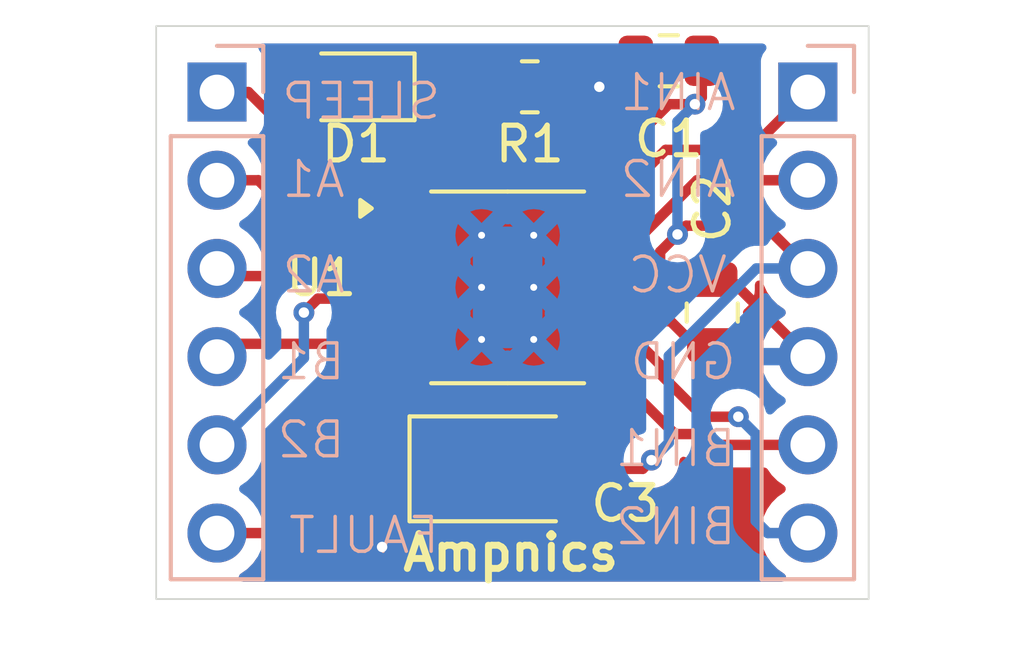
<source format=kicad_pcb>
(kicad_pcb (version 20240108) (generator "pcbnew") (generator_version "8.0")
  (layers (0 "F.Cu" signal) (31 "B.Cu" signal) (34 "B.Paste" user) (35 "F.Paste" user) (36 "B.SilkS" user "B.Silkscreen") (37 "F.SilkS" user "F.Silkscreen") (38 "B.Mask" user) (39 "F.Mask" user) (44 "Edge.Cuts" user))
  (net 0 "")
  (net 1 "/VCC")
  (net 2 "GND")
  (net 3 "Net-(U1-VCP)")
  (net 4 "Net-(D1-K)")
  (net 5 "/SLEEP")
  (net 6 "/AOUT2")
  (net 7 "/AOUT1")
  (net 8 "/FAULT")
  (net 9 "/BOUT1")
  (net 10 "/BOUT2")
  (net 11 "/BIN1")
  (net 12 "/AIN2")
  (net 13 "/BIN2")
  (net 14 "/AIN1")
  (footprint "Capacitor_SMD:C_0805_2012Metric" (layer "F.Cu") (at 143.5 96.75)
    (property "Reference" "C1" (at 0 2.25 0) (layer "F.SilkS"))
    (property "Value" "0.1uF")
    (fp_line (start -0.261252 -0.735) (end 0.261252 -0.735) (stroke (width 0.12)) (layer "F.SilkS"))
    (fp_line (start -0.261252 0.735) (end 0.261252 0.735) (stroke (width 0.12)) (layer "F.SilkS"))
    (pad "1" smd roundrect (at -0.95 0) (size 1 1.45) (layers "F.Cu" "F.Paste" "F.Mask") (net 2 "GND"))
    (pad "2" smd roundrect (at 0.95 0) (size 1 1.45) (layers "F.Cu" "F.Paste" "F.Mask") (net 1 "/VCC"))
  )
  (footprint "LED_SMD:LED_0805_2012Metric" (layer "F.Cu") (at 134.5 97.5 180)
    (property "Reference" "D1" (at 0 -1.65 0) (layer "F.SilkS"))
    (property "Value" "LED")
    (fp_line (start 1 -0.96) (end -1.685 -0.96) (stroke (width 0.12)) (layer "F.SilkS"))
    (fp_line (start -1.685 0.96) (end 1 0.96) (stroke (width 0.12)) (layer "F.SilkS"))
    (fp_line (start -1.685 -0.96) (end -1.685 0.96) (stroke (width 0.12)) (layer "F.SilkS"))
    (pad "1" smd roundrect (at -0.9375 0 180) (size 0.975 1.4) (layers "F.Cu" "F.Paste" "F.Mask") (net 4 "Net-(D1-K)"))
    (pad "2" smd roundrect (at 0.9375 0 180) (size 0.975 1.4) (layers "F.Cu" "F.Paste" "F.Mask") (net 1 "/VCC"))
  )
  (footprint "Package_SO:HTSSOP-16-1EP_4.4x5mm_P0.65mm_EP3.4x5mm_Mask2.46x2.31mm_ThermalVias" (layer "F.Cu") (at 138.8625 103.275)
    (property "Reference" "U1" (at -5.3625 -0.275 0) (layer "F.SilkS"))
    (property "Value" "DRV8833PWP")
    (fp_line (start 0 -2.76) (end -2.2 -2.76) (stroke (width 0.12)) (layer "F.SilkS"))
    (fp_line (start 0 -2.76) (end 2.2 -2.76) (stroke (width 0.12)) (layer "F.SilkS"))
    (fp_line (start 0 2.76) (end -2.2 2.76) (stroke (width 0.12)) (layer "F.SilkS"))
    (fp_line (start 0 2.76) (end 2.2 2.76) (stroke (width 0.12)) (layer "F.SilkS"))
    (fp_poly (pts (xy -3.91 -2.275) (xy -4.24 -2.515) (xy -4.24 -2.035) (xy -3.91 -2.275)) (stroke (width 0.12)) (fill solid) (layer "F.SilkS"))
    (pad "1" smd roundrect (at -2.8625 -2.275) (size 1.575 0.4) (layers "F.Cu" "F.Paste" "F.Mask") (net 5 "/SLEEP"))
    (pad "2" smd roundrect (at -2.8625 -1.625) (size 1.575 0.4) (layers "F.Cu" "F.Paste" "F.Mask") (net 7 "/AOUT1"))
    (pad "3" smd roundrect (at -2.8625 -0.975) (size 1.575 0.4) (layers "F.Cu" "F.Paste" "F.Mask") (net 2 "GND"))
    (pad "4" smd roundrect (at -2.8625 -0.325) (size 1.575 0.4) (layers "F.Cu" "F.Paste" "F.Mask") (net 6 "/AOUT2"))
    (pad "5" smd roundrect (at -2.8625 0.325) (size 1.575 0.4) (layers "F.Cu" "F.Paste" "F.Mask") (net 10 "/BOUT2"))
    (pad "6" smd roundrect (at -2.8625 0.975) (size 1.575 0.4) (layers "F.Cu" "F.Paste" "F.Mask") (net 2 "GND"))
    (pad "7" smd roundrect (at -2.8625 1.625) (size 1.575 0.4) (layers "F.Cu" "F.Paste" "F.Mask") (net 9 "/BOUT1"))
    (pad "8" smd roundrect (at -2.8625 2.275) (size 1.575 0.4) (layers "F.Cu" "F.Paste" "F.Mask") (net 8 "/FAULT"))
    (pad "9" smd roundrect (at 2.8625 2.275) (size 1.575 0.4) (layers "F.Cu" "F.Paste" "F.Mask") (net 11 "/BIN1"))
    (pad "10" smd roundrect (at 2.8625 1.625) (size 1.575 0.4) (layers "F.Cu" "F.Paste" "F.Mask") (net 13 "/BIN2"))
    (pad "11" smd roundrect (at 2.8625 0.975) (size 1.575 0.4) (layers "F.Cu" "F.Paste" "F.Mask") (net 3 "Net-(U1-VCP)"))
    (pad "12" smd roundrect (at 2.8625 0.325) (size 1.575 0.4) (layers "F.Cu" "F.Paste" "F.Mask") (net 1 "/VCC"))
    (pad "13" smd roundrect (at 2.8625 -0.325) (size 1.575 0.4) (layers "F.Cu" "F.Paste" "F.Mask") (net 2 "GND"))
    (pad "14" smd roundrect (at 2.8625 -0.975) (size 1.575 0.4) (layers "F.Cu" "F.Paste" "F.Mask") (net 2 "GND"))
    (pad "15" smd roundrect (at 2.8625 -1.625) (size 1.575 0.4) (layers "F.Cu" "F.Paste" "F.Mask") (net 12 "/AIN2"))
    (pad "16" smd roundrect (at 2.8625 -2.275) (size 1.575 0.4) (layers "F.Cu" "F.Paste" "F.Mask") (net 14 "/AIN1"))
    (pad "17" thru_hole circle (at -0.75 -1.5) (size 0.5 0.5) (drill 0.2) (property pad_prop_heatsink) (layers "*.Cu") (net 2 "GND"))
    (pad "17" thru_hole circle (at -0.75 0) (size 0.5 0.5) (drill 0.2) (property pad_prop_heatsink) (layers "*.Cu") (net 2 "GND"))
    (pad "17" thru_hole circle (at -0.75 1.5) (size 0.5 0.5) (drill 0.2) (property pad_prop_heatsink) (layers "*.Cu") (net 2 "GND"))
    (pad "17" smd rect (at 0 0) (size 2 3.5) (property pad_prop_heatsink) (layers "B.Cu") (net 2 "GND"))
    (pad "17" smd rect (at 0 0) (size 3.4 5) (property pad_prop_heatsink) (layers "F.Cu") (net 2 "GND"))
    (pad "17" thru_hole circle (at 0.75 -1.5) (size 0.5 0.5) (drill 0.2) (property pad_prop_heatsink) (layers "*.Cu") (net 2 "GND"))
    (pad "17" thru_hole circle (at 0.75 0) (size 0.5 0.5) (drill 0.2) (property pad_prop_heatsink) (layers "*.Cu") (net 2 "GND"))
    (pad "17" thru_hole circle (at 0.75 1.5) (size 0.5 0.5) (drill 0.2) (property pad_prop_heatsink) (layers "*.Cu") (net 2 "GND"))
  )
  (footprint "Capacitor_Tantalum_SMD:CP_EIA-3528-15_AVX-H" (layer "F.Cu") (at 138.5 108.5)
    (property "Reference" "C3" (at 3.75 1 0) (layer "F.SilkS"))
    (property "Value" "10uF")
    (fp_line (start -2.46 -1.51) (end -2.46 1.51) (stroke (width 0.12)) (layer "F.SilkS"))
    (fp_line (start -2.46 1.51) (end 1.75 1.51) (stroke (width 0.12)) (layer "F.SilkS"))
    (fp_line (start 1.75 -1.51) (end -2.46 -1.51) (stroke (width 0.12)) (layer "F.SilkS"))
    (pad "1" smd roundrect (at -1.5375 0) (size 1.325 2.35) (layers "F.Cu" "F.Paste" "F.Mask") (roundrect_rratio 0.188679) (net 2 "GND"))
    (pad "2" smd roundrect (at 1.5375 0) (size 1.325 2.35) (layers "F.Cu" "F.Paste" "F.Mask") (roundrect_rratio 0.188679) (net 1 "/VCC"))
  )
  (footprint "Resistor_SMD:R_0805_2012Metric" (layer "F.Cu") (at 139.5 97.5 180)
    (property "Reference" "R1" (at 0 -1.65 0) (layer "F.SilkS"))
    (property "Value" "4.7K")
    (fp_line (start -0.227064 0.735) (end 0.227064 0.735) (stroke (width 0.12)) (layer "F.SilkS"))
    (fp_line (start -0.227064 -0.735) (end 0.227064 -0.735) (stroke (width 0.12)) (layer "F.SilkS"))
    (pad "1" smd roundrect (at -0.9125 0 180) (size 1.025 1.4) (layers "F.Cu" "F.Paste" "F.Mask") (roundrect_rratio 0.243902) (net 2 "GND"))
    (pad "2" smd roundrect (at 0.9125 0 180) (size 1.025 1.4) (layers "F.Cu" "F.Paste" "F.Mask") (roundrect_rratio 0.243902) (net 4 "Net-(D1-K)"))
  )
  (footprint "Capacitor_SMD:C_0805_2012Metric" (layer "F.Cu") (at 144.75 104 -90)
    (property "Reference" "C2" (at -3 0 90) (layer "F.SilkS"))
    (property "Value" "2.2uF")
    (fp_line (start -0.261252 0.735) (end 0.261252 0.735) (stroke (width 0.12)) (layer "F.SilkS"))
    (fp_line (start -0.261252 -0.735) (end 0.261252 -0.735) (stroke (width 0.12)) (layer "F.SilkS"))
    (pad "1" smd roundrect (at -0.95 0 270) (size 1 1.45) (layers "F.Cu" "F.Paste" "F.Mask") (net 2 "GND"))
    (pad "2" smd roundrect (at 0.95 0 270) (size 1 1.45) (layers "F.Cu" "F.Paste" "F.Mask") (net 3 "Net-(U1-VCP)"))
  )
  (footprint "Connector_PinHeader_2.54mm:PinHeader_1x06_P2.54mm_Vertical" (layer "B.Cu") (at 147.5 97.65 180)
    (property "Reference" "J2" (hide yes))
    (property "Value" "Conn_01x06_Pin")
    (fp_line (start 1.33 -1.27) (end -1.33 -1.27) (stroke (width 0.12)) (layer "B.SilkS"))
    (fp_line (start 1.33 -14.03) (end 1.33 -1.27) (stroke (width 0.12)) (layer "B.SilkS"))
    (fp_line (start 1.33 -14.03) (end -1.33 -14.03) (stroke (width 0.12)) (layer "B.SilkS"))
    (fp_line (start 0 1.33) (end -1.33 1.33) (stroke (width 0.12)) (layer "B.SilkS"))
    (fp_line (start -1.33 1.33) (end -1.33 0) (stroke (width 0.12)) (layer "B.SilkS"))
    (fp_line (start -1.33 -14.03) (end -1.33 -1.27) (stroke (width 0.12)) (layer "B.SilkS"))
    (pad "1" thru_hole rect (at 0 0 180) (size 1.7 1.7) (drill 1) (layers "*.Cu" "*.Mask") (net 14 "/AIN1"))
    (pad "2" thru_hole oval (at 0 -2.54 180) (size 1.7 1.7) (drill 1) (layers "*.Cu" "*.Mask") (net 12 "/AIN2"))
    (pad "3" thru_hole oval (at 0 -5.08 180) (size 1.7 1.7) (drill 1) (layers "*.Cu" "*.Mask") (net 1 "/VCC"))
    (pad "4" thru_hole oval (at 0 -7.62 180) (size 1.7 1.7) (drill 1) (layers "*.Cu" "*.Mask") (net 2 "GND"))
    (pad "5" thru_hole oval (at 0 -10.16 180) (size 1.7 1.7) (drill 1) (layers "*.Cu" "*.Mask") (net 11 "/BIN1"))
    (pad "6" thru_hole oval (at 0 -12.7 180) (size 1.7 1.7) (drill 1) (layers "*.Cu" "*.Mask") (net 13 "/BIN2"))
  )
  (footprint "Connector_PinHeader_2.54mm:PinHeader_1x06_P2.54mm_Vertical" (layer "B.Cu") (at 130.5 97.65 180)
    (property "Reference" "J1" (hide yes))
    (property "Value" "Conn_01x06_Pin")
    (fp_line (start 1.33 -1.27) (end -1.33 -1.27) (stroke (width 0.12)) (layer "B.SilkS"))
    (fp_line (start 1.33 -14.03) (end 1.33 -1.27) (stroke (width 0.12)) (layer "B.SilkS"))
    (fp_line (start 1.33 -14.03) (end -1.33 -14.03) (stroke (width 0.12)) (layer "B.SilkS"))
    (fp_line (start 0 1.33) (end -1.33 1.33) (stroke (width 0.12)) (layer "B.SilkS"))
    (fp_line (start -1.33 1.33) (end -1.33 0) (stroke (width 0.12)) (layer "B.SilkS"))
    (fp_line (start -1.33 -14.03) (end -1.33 -1.27) (stroke (width 0.12)) (layer "B.SilkS"))
    (pad "1" thru_hole rect (at 0 0 180) (size 1.7 1.7) (drill 1) (layers "*.Cu" "*.Mask") (net 5 "/SLEEP"))
    (pad "2" thru_hole oval (at 0 -2.54 180) (size 1.7 1.7) (drill 1) (layers "*.Cu" "*.Mask") (net 7 "/AOUT1"))
    (pad "3" thru_hole oval (at 0 -5.08 180) (size 1.7 1.7) (drill 1) (layers "*.Cu" "*.Mask") (net 6 "/AOUT2"))
    (pad "4" thru_hole oval (at 0 -7.62 180) (size 1.7 1.7) (drill 1) (layers "*.Cu" "*.Mask") (net 9 "/BOUT1"))
    (pad "5" thru_hole oval (at 0 -10.16 180) (size 1.7 1.7) (drill 1) (layers "*.Cu" "*.Mask") (net 10 "/BOUT2"))
    (pad "6" thru_hole oval (at 0 -12.7 180) (size 1.7 1.7) (drill 1) (layers "*.Cu" "*.Mask") (net 8 "/FAULT"))
  )
  (gr_rect (start 128.75 95.75) (end 149.25 112.25) (stroke (width 0.05)) (fill none) (layer "Edge.Cuts"))
  (gr_text "BIN2" (at 145.5 110.75 -0) (layer "B.SilkS") (effects (font (size 1 1) (thickness 0.1)) (justify left bottom mirror)))
  (gr_text "A2" (at 134.25 103.5 -0) (layer "B.SilkS") (effects (font (size 1 1) (thickness 0.1)) (justify left bottom mirror)))
  (gr_text "B2" (at 134.25 108.25 -0) (layer "B.SilkS") (effects (font (size 1 1) (thickness 0.1)) (justify left bottom mirror)))
  (gr_text "VCC" (at 145.25 103.5 -0) (layer "B.SilkS") (effects (font (size 1 1) (thickness 0.1)) (justify left bottom mirror)))
  (gr_text "SLEEP" (at 137 98.5 -0) (layer "B.SilkS") (effects (font (size 1 1) (thickness 0.1)) (justify left bottom mirror)))
  (gr_text "GND" (at 145.5 106 -0) (layer "B.SilkS") (effects (font (size 1 1) (thickness 0.1)) (justify left bottom mirror)))
  (gr_text "FAULT" (at 132.5 111 -0) (layer "B.SilkS") (effects (font (size 1 1) (thickness 0.1)) (justify right bottom mirror)))
  (gr_text "B1" (at 134.25 106 -0) (layer "B.SilkS") (effects (font (size 1 1) (thickness 0.1)) (justify left bottom mirror)))
  (gr_text "AIN1" (at 145.5 98.25 -0) (layer "B.SilkS") (effects (font (size 1 1) (thickness 0.1)) (justify left bottom mirror)))
  (gr_text "BIN1" (at 145.5 108.5 -0) (layer "B.SilkS") (effects (font (size 1 1) (thickness 0.1)) (justify left bottom mirror)))
  (gr_text "A1" (at 134.25 100.75 -0) (layer "B.SilkS") (effects (font (size 1 1) (thickness 0.1)) (justify left bottom mirror)))
  (gr_text "AIN2" (at 145.5 100.75 -0) (layer "B.SilkS") (effects (font (size 1 1) (thickness 0.1)) (justify left bottom mirror)))
  (gr_text "Ampnics" (at 135.75 111.5 0) (layer "F.SilkS") (effects (font (size 1 1) (thickness 0.2) (bold yes)) (justify left bottom)))
  (segment (start 143 108.25) (end 142.75 108.5) (width 0.3) (layer "F.Cu") (net 1))
  (segment (start 133.5625 98.5625) (end 134.108121 99.108121) (width 0.3) (layer "F.Cu") (net 1))
  (segment (start 141.725 103.6) (end 142.65 103.6) (width 0.3) (layer "F.Cu") (net 1))
  (segment (start 144.45 96.75) (end 144.45 97.8) (width 0.3) (layer "F.Cu") (net 1))
  (segment (start 147.5 102.73) (end 146.27 101.5) (width 0.3) (layer "F.Cu") (net 1))
  (segment (start 143.25 103) (end 143.25 102.25) (width 0.3) (layer "F.Cu") (net 1))
  (segment (start 143.5 98) (end 144.25 98) (width 0.3) (layer "F.Cu") (net 1))
  (segment (start 134.108121 99.108121) (end 142.391879 99.108121) (width 0.3) (layer "F.Cu") (net 1))
  (segment (start 143.25 102.25) (end 143.75 101.75) (width 0.3) (layer "F.Cu") (net 1))
  (segment (start 142.391879 99.108121) (end 143.5 98) (width 0.3) (layer "F.Cu") (net 1))
  (segment (start 144 101.5) (end 143.75 101.75) (width 0.3) (layer "F.Cu") (net 1))
  (segment (start 142.75 108.5) (end 140.0375 108.5) (width 0.3) (layer "F.Cu") (net 1))
  (segment (start 146.27 101.5) (end 144 101.5) (width 0.3) (layer "F.Cu") (net 1))
  (segment (start 133.5625 97.5) (end 133.5625 98.5625) (width 0.3) (layer "F.Cu") (net 1))
  (segment (start 144.45 97.8) (end 144.25 98) (width 0.3) (layer "F.Cu") (net 1))
  (segment (start 142.65 103.6) (end 143.25 103) (width 0.3) (layer "F.Cu") (net 1))
  (via (at 143 108.25) (size 0.6) (drill 0.3) (layers "F.Cu" "B.Cu") (net 1))
  (via (at 144.25 98) (size 0.6) (drill 0.3) (layers "F.Cu" "B.Cu") (net 1))
  (via (at 143.75 101.75) (size 0.6) (drill 0.3) (layers "F.Cu" "B.Cu") (net 1))
  (segment (start 143 108.25) (end 143.5 107.75) (width 0.3) (layer "B.Cu") (net 1))
  (segment (start 143.75 98.5) (end 144.25 98) (width 0.3) (layer "B.Cu") (net 1))
  (segment (start 146.02 102.73) (end 147.5 102.73) (width 0.3) (layer "B.Cu") (net 1))
  (segment (start 143.5 105.25) (end 146.02 102.73) (width 0.3) (layer "B.Cu") (net 1))
  (segment (start 143.5 107.75) (end 143.5 105.25) (width 0.3) (layer "B.Cu") (net 1))
  (segment (start 143.75 101.75) (end 143.75 98.5) (width 0.3) (layer "B.Cu") (net 1))
  (segment (start 137.23125 108.76875) (end 135.25 110.75) (width 0.3) (layer "F.Cu") (net 2))
  (segment (start 139.1875 102.95) (end 138.8625 103.275) (width 0.3) (layer "F.Cu") (net 2))
  (segment (start 141.725 102.95) (end 139.1875 102.95) (width 0.3) (layer "F.Cu") (net 2))
  (segment (start 136 104.25) (end 137.8875 104.25) (width 0.3) (layer "F.Cu") (net 2))
  (segment (start 141.725 102.3) (end 139.8375 102.3) (width 0.3) (layer "F.Cu") (net 2))
  (segment (start 136.9625 108.5) (end 137.23125 108.76875) (width 0.3) (layer "F.Cu") (net 2))
  (segment (start 137.8875 102.3) (end 138.8625 103.275) (width 0.3) (layer "F.Cu") (net 2))
  (segment (start 147.5 105.27) (end 145.28 103.05) (width 0.3) (layer "F.Cu") (net 2))
  (segment (start 145.28 103.05) (end 144.75 103.05) (width 0.3) (layer "F.Cu") (net 2))
  (segment (start 137.8875 104.25) (end 138.8625 103.275) (width 0.3) (layer "F.Cu") (net 2))
  (segment (start 139.8375 102.3) (end 138.8625 103.275) (width 0.3) (layer "F.Cu") (net 2))
  (segment (start 136 102.3) (end 137.8875 102.3) (width 0.3) (layer "F.Cu") (net 2))
  (segment (start 140.4125 97.5) (end 141.5 97.5) (width 0.3) (layer "F.Cu") (net 2))
  (segment (start 141.8 97.5) (end 142.55 96.75) (width 0.3) (layer "F.Cu") (net 2))
  (segment (start 141.5 97.5) (end 141.8 97.5) (width 0.3) (layer "F.Cu") (net 2))
  (via (at 135.25 110.75) (size 0.6) (drill 0.3) (layers "F.Cu" "B.Cu") (net 2))
  (via (at 141.5 97.5) (size 0.6) (drill 0.3) (layers "F.Cu" "B.Cu") (net 2))
  (segment (start 143.55 104.25) (end 144.5 105.2) (width 0.3) (layer "F.Cu") (net 3))
  (segment (start 141.725 104.25) (end 143.55 104.25) (width 0.3) (layer "F.Cu") (net 3))
  (segment (start 135.4375 97.5) (end 138.5875 97.5) (width 0.3) (layer "F.Cu") (net 4))
  (segment (start 131.4 97.65) (end 130.5 97.65) (width 0.3) (layer "F.Cu") (net 5))
  (segment (start 133.75 101) (end 133 100.25) (width 0.3) (layer "F.Cu") (net 5))
  (segment (start 133 99.25) (end 131.4 97.65) (width 0.3) (layer "F.Cu") (net 5))
  (segment (start 136 101) (end 133.75 101) (width 0.3) (layer "F.Cu") (net 5))
  (segment (start 133 100.25) (end 133 99.25) (width 0.3) (layer "F.Cu") (net 5))
  (segment (start 130.72 102.95) (end 130.5 102.73) (width 0.3) (layer "F.Cu") (net 6))
  (segment (start 136 102.95) (end 130.72 102.95) (width 0.3) (layer "F.Cu") (net 6))
  (segment (start 131.69 100.19) (end 130.5 100.19) (width 0.3) (layer "F.Cu") (net 7))
  (segment (start 133.15 101.65) (end 131.69 100.19) (width 0.3) (layer "F.Cu") (net 7))
  (segment (start 136 101.65) (end 133.15 101.65) (width 0.3) (layer "F.Cu") (net 7))
  (segment (start 132.15 110.35) (end 130.5 110.35) (width 0.3) (layer "F.Cu") (net 8))
  (segment (start 136 105.55) (end 134.7 105.55) (width 0.3) (layer "F.Cu") (net 8))
  (segment (start 133 107.25) (end 133 109.5) (width 0.3) (layer "F.Cu") (net 8))
  (segment (start 134.7 105.55) (end 133 107.25) (width 0.3) (layer "F.Cu") (net 8))
  (segment (start 133 109.5) (end 132.15 110.35) (width 0.3) (layer "F.Cu") (net 8))
  (segment (start 130.87 104.9) (end 130.5 105.27) (width 0.3) (layer "F.Cu") (net 9))
  (segment (start 136 104.9) (end 130.87 104.9) (width 0.3) (layer "F.Cu") (net 9))
  (segment (start 136 103.6) (end 133.4 103.6) (width 0.3) (layer "F.Cu") (net 10))
  (segment (start 133.4 103.6) (end 133 104) (width 0.3) (layer "F.Cu") (net 10))
  (via (at 133 104) (size 0.6) (drill 0.3) (layers "F.Cu" "B.Cu") (net 10))
  (segment (start 130.5 107.81) (end 133 105.31) (width 0.3) (layer "B.Cu") (net 10))
  (segment (start 133 105.31) (end 133 104) (width 0.3) (layer "B.Cu") (net 10))
  (segment (start 147.5 107.81) (end 144.56 107.81) (width 0.3) (layer "F.Cu") (net 11))
  (segment (start 141.725 105.55) (end 143.675 107.5) (width 0.3) (layer "F.Cu") (net 11))
  (segment (start 144.56 107.81) (end 144.25 107.5) (width 0.3) (layer "F.Cu") (net 11))
  (segment (start 143.675 107.5) (end 144.25 107.5) (width 0.3) (layer "F.Cu") (net 11))
  (segment (start 142.85 101.65) (end 144.31 100.19) (width 0.3) (layer "F.Cu") (net 12))
  (segment (start 144.31 100.19) (end 147.5 100.19) (width 0.3) (layer "F.Cu") (net 12))
  (segment (start 141.725 101.65) (end 142.85 101.65) (width 0.3) (layer "F.Cu") (net 12))
  (segment (start 143.25 105.765228) (end 144.484772 107) (width 0.3) (layer "F.Cu") (net 13))
  (segment (start 142.65 104.9) (end 143.25 105.5) (width 0.3) (layer "F.Cu") (net 13))
  (segment (start 144.484772 107) (end 145.5 107) (width 0.3) (layer "F.Cu") (net 13))
  (segment (start 141.725 104.9) (end 142.65 104.9) (width 0.3) (layer "F.Cu") (net 13))
  (segment (start 143.25 105.5) (end 143.25 105.765228) (width 0.3) (layer "F.Cu") (net 13))
  (via (at 145.5 107) (size 0.6) (drill 0.3) (layers "F.Cu" "B.Cu") (net 13))
  (segment (start 146 110) (end 146 107.5) (width 0.3) (layer "B.Cu") (net 13))
  (segment (start 147.5 110.35) (end 146.35 110.35) (width 0.3) (layer "B.Cu") (net 13))
  (segment (start 146 107.5) (end 145.5 107) (width 0.3) (layer "B.Cu") (net 13))
  (segment (start 146.35 110.35) (end 146 110) (width 0.3) (layer "B.Cu") (net 13))
  (segment (start 147.5 97.65) (end 145.834772 99.315228) (width 0.3) (layer "F.Cu") (net 14))
  (segment (start 143.409772 99.315228) (end 141.725 101) (width 0.3) (layer "F.Cu") (net 14))
  (segment (start 145.834772 99.315228) (end 143.409772 99.315228) (width 0.3) (layer "F.Cu") (net 14))
  (zone (net 2) (net_name "GND") (layers "F&B.Cu") (connect_pads (clearance 0.5)) (min_thickness 0.25) (fill yes (thermal_gap 0.5) (thermal_bridge_width 0.5))
    (polygon (pts (xy 128 95) (xy 149.75 95) (xy 149.75 113.75) (xy 128.25 113.5)))
  )
)
</source>
